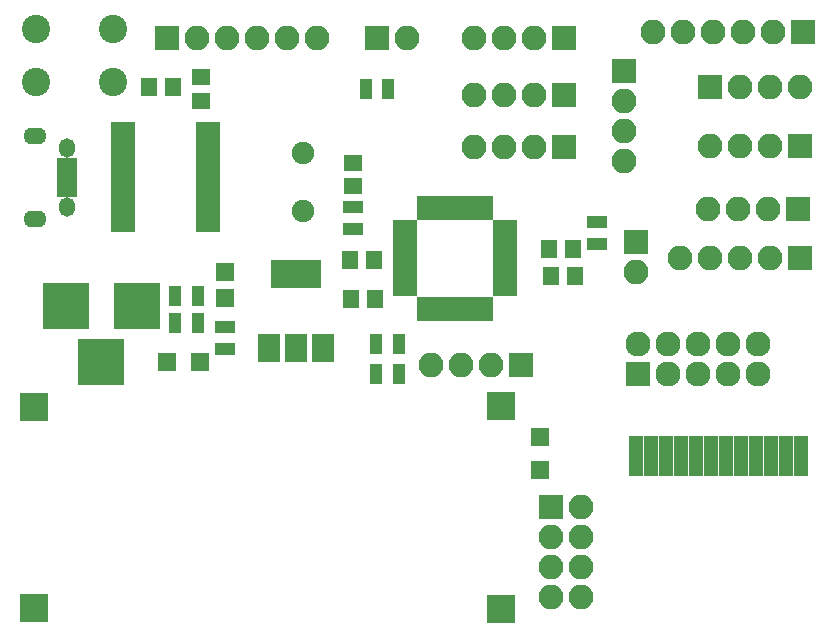
<source format=gbr>
G04 #@! TF.FileFunction,Soldermask,Top*
%FSLAX46Y46*%
G04 Gerber Fmt 4.6, Leading zero omitted, Abs format (unit mm)*
G04 Created by KiCad (PCBNEW 4.0.2+dfsg1-stable) date Mon Nov  6 16:18:01 2017*
%MOMM*%
G01*
G04 APERTURE LIST*
%ADD10C,0.100000*%
%ADD11R,2.398980X2.398980*%
%ADD12R,2.100000X2.100000*%
%ADD13O,2.100000X2.100000*%
%ADD14R,2.150000X0.850000*%
%ADD15R,1.400000X1.650000*%
%ADD16R,1.650000X1.400000*%
%ADD17R,2.127200X2.127200*%
%ADD18O,2.127200X2.127200*%
%ADD19R,1.200000X3.400000*%
%ADD20R,1.700000X1.100000*%
%ADD21R,1.100000X1.700000*%
%ADD22R,4.200000X2.400000*%
%ADD23R,1.900000X2.400000*%
%ADD24R,2.000000X0.950000*%
%ADD25R,0.950000X2.000000*%
%ADD26C,1.900000*%
%ADD27R,1.600000X1.600000*%
%ADD28R,1.500000X1.500000*%
%ADD29R,3.900000X3.900000*%
%ADD30R,1.750000X0.800000*%
%ADD31O,1.350000X1.650000*%
%ADD32O,1.950000X1.400000*%
%ADD33C,2.400000*%
G04 APERTURE END LIST*
D10*
D11*
X76136500Y-108950000D03*
X76136500Y-126000000D03*
X115633500Y-108902500D03*
X115633500Y-126047500D03*
D12*
X127127000Y-94996000D03*
D13*
X127127000Y-97536000D03*
D14*
X90849000Y-93760000D03*
X90849000Y-93110000D03*
X90849000Y-92460000D03*
X90849000Y-91810000D03*
X90849000Y-91160000D03*
X90849000Y-90510000D03*
X90849000Y-89860000D03*
X90849000Y-89210000D03*
X90849000Y-88560000D03*
X90849000Y-87910000D03*
X90849000Y-87260000D03*
X90849000Y-86610000D03*
X90849000Y-85960000D03*
X90849000Y-85310000D03*
X83649000Y-85310000D03*
X83649000Y-85960000D03*
X83649000Y-86610000D03*
X83649000Y-87260000D03*
X83649000Y-87910000D03*
X83649000Y-88560000D03*
X83649000Y-89210000D03*
X83649000Y-89860000D03*
X83649000Y-90510000D03*
X83649000Y-91160000D03*
X83649000Y-91810000D03*
X83649000Y-92460000D03*
X83649000Y-93110000D03*
X83649000Y-93760000D03*
D15*
X85868000Y-81915000D03*
X87868000Y-81915000D03*
D16*
X90297000Y-83042000D03*
X90297000Y-81042000D03*
X103124000Y-90281000D03*
X103124000Y-88281000D03*
D15*
X121777000Y-95631000D03*
X119777000Y-95631000D03*
X119904000Y-97917000D03*
X121904000Y-97917000D03*
X102886000Y-96520000D03*
X104886000Y-96520000D03*
X103013000Y-99822000D03*
X105013000Y-99822000D03*
D17*
X127254000Y-106172000D03*
D18*
X127254000Y-103632000D03*
X129794000Y-106172000D03*
X129794000Y-103632000D03*
X132334000Y-106172000D03*
X132334000Y-103632000D03*
X134874000Y-106172000D03*
X134874000Y-103632000D03*
X137414000Y-106172000D03*
X137414000Y-103632000D03*
D12*
X87376000Y-77724000D03*
D13*
X89916000Y-77724000D03*
X92456000Y-77724000D03*
X94996000Y-77724000D03*
X97536000Y-77724000D03*
X100076000Y-77724000D03*
D12*
X117348000Y-105410000D03*
D13*
X114808000Y-105410000D03*
X112268000Y-105410000D03*
X109728000Y-105410000D03*
D19*
X141097000Y-113157000D03*
X139827000Y-113157000D03*
X138557000Y-113157000D03*
X137287000Y-113157000D03*
X136017000Y-113157000D03*
X134747000Y-113157000D03*
X133477000Y-113157000D03*
X132207000Y-113157000D03*
X130937000Y-113157000D03*
X129667000Y-113157000D03*
X128397000Y-113157000D03*
X127127000Y-113157000D03*
D12*
X126111000Y-80518000D03*
D13*
X126111000Y-83058000D03*
X126111000Y-85598000D03*
X126111000Y-88138000D03*
D12*
X121031000Y-77724000D03*
D13*
X118491000Y-77724000D03*
X115951000Y-77724000D03*
X113411000Y-77724000D03*
D12*
X105156000Y-77724000D03*
D13*
X107696000Y-77724000D03*
D12*
X121031000Y-86995000D03*
D13*
X118491000Y-86995000D03*
X115951000Y-86995000D03*
X113411000Y-86995000D03*
D12*
X119888000Y-117475000D03*
D13*
X122428000Y-117475000D03*
X119888000Y-120015000D03*
X122428000Y-120015000D03*
X119888000Y-122555000D03*
X122428000Y-122555000D03*
X119888000Y-125095000D03*
X122428000Y-125095000D03*
D12*
X121031000Y-82550000D03*
D13*
X118491000Y-82550000D03*
X115951000Y-82550000D03*
X113411000Y-82550000D03*
D12*
X140843000Y-92202000D03*
D13*
X138303000Y-92202000D03*
X135763000Y-92202000D03*
X133223000Y-92202000D03*
D20*
X92329000Y-102174000D03*
X92329000Y-104074000D03*
X103124000Y-93914000D03*
X103124000Y-92014000D03*
D21*
X105095000Y-103632000D03*
X106995000Y-103632000D03*
X105095000Y-106172000D03*
X106995000Y-106172000D03*
X104206000Y-82042000D03*
X106106000Y-82042000D03*
D20*
X123825000Y-93284000D03*
X123825000Y-95184000D03*
D21*
X88077000Y-101854000D03*
X89977000Y-101854000D03*
X89977000Y-99568000D03*
X88077000Y-99568000D03*
D22*
X98298000Y-97688000D03*
D23*
X98298000Y-103988000D03*
X100598000Y-103988000D03*
X95998000Y-103988000D03*
D24*
X107510000Y-93593000D03*
X107510000Y-94393000D03*
X107510000Y-95193000D03*
X107510000Y-95993000D03*
X107510000Y-96793000D03*
X107510000Y-97593000D03*
X107510000Y-98393000D03*
X107510000Y-99193000D03*
D25*
X108960000Y-100643000D03*
X109760000Y-100643000D03*
X110560000Y-100643000D03*
X111360000Y-100643000D03*
X112160000Y-100643000D03*
X112960000Y-100643000D03*
X113760000Y-100643000D03*
X114560000Y-100643000D03*
D24*
X116010000Y-99193000D03*
X116010000Y-98393000D03*
X116010000Y-97593000D03*
X116010000Y-96793000D03*
X116010000Y-95993000D03*
X116010000Y-95193000D03*
X116010000Y-94393000D03*
X116010000Y-93593000D03*
D25*
X114560000Y-92143000D03*
X113760000Y-92143000D03*
X112960000Y-92143000D03*
X112160000Y-92143000D03*
X111360000Y-92143000D03*
X110560000Y-92143000D03*
X109760000Y-92143000D03*
X108960000Y-92143000D03*
D26*
X98933000Y-87503000D03*
X98933000Y-92383000D03*
D27*
X92329000Y-99779000D03*
X92329000Y-97579000D03*
D28*
X118999000Y-111503000D03*
X118999000Y-114303000D03*
D29*
X84836000Y-100457000D03*
X78836000Y-100457000D03*
X81836000Y-105157000D03*
D30*
X78947000Y-88235000D03*
X78947000Y-88885000D03*
X78947000Y-89535000D03*
X78947000Y-90185000D03*
X78947000Y-90835000D03*
D31*
X78947000Y-87035000D03*
X78947000Y-92035000D03*
D32*
X76247000Y-86035000D03*
X76247000Y-93035000D03*
D12*
X133350000Y-81915000D03*
D13*
X135890000Y-81915000D03*
X138430000Y-81915000D03*
X140970000Y-81915000D03*
D12*
X140970000Y-86868000D03*
D13*
X138430000Y-86868000D03*
X135890000Y-86868000D03*
X133350000Y-86868000D03*
D33*
X76327000Y-81462000D03*
X76327000Y-76962000D03*
X82827000Y-81462000D03*
X82827000Y-76962000D03*
D28*
X90173000Y-105156000D03*
X87373000Y-105156000D03*
D12*
X141224000Y-77216000D03*
D13*
X138684000Y-77216000D03*
X136144000Y-77216000D03*
X133604000Y-77216000D03*
X131064000Y-77216000D03*
X128524000Y-77216000D03*
D12*
X140970000Y-96393000D03*
D13*
X138430000Y-96393000D03*
X135890000Y-96393000D03*
X133350000Y-96393000D03*
X130810000Y-96393000D03*
M02*

</source>
